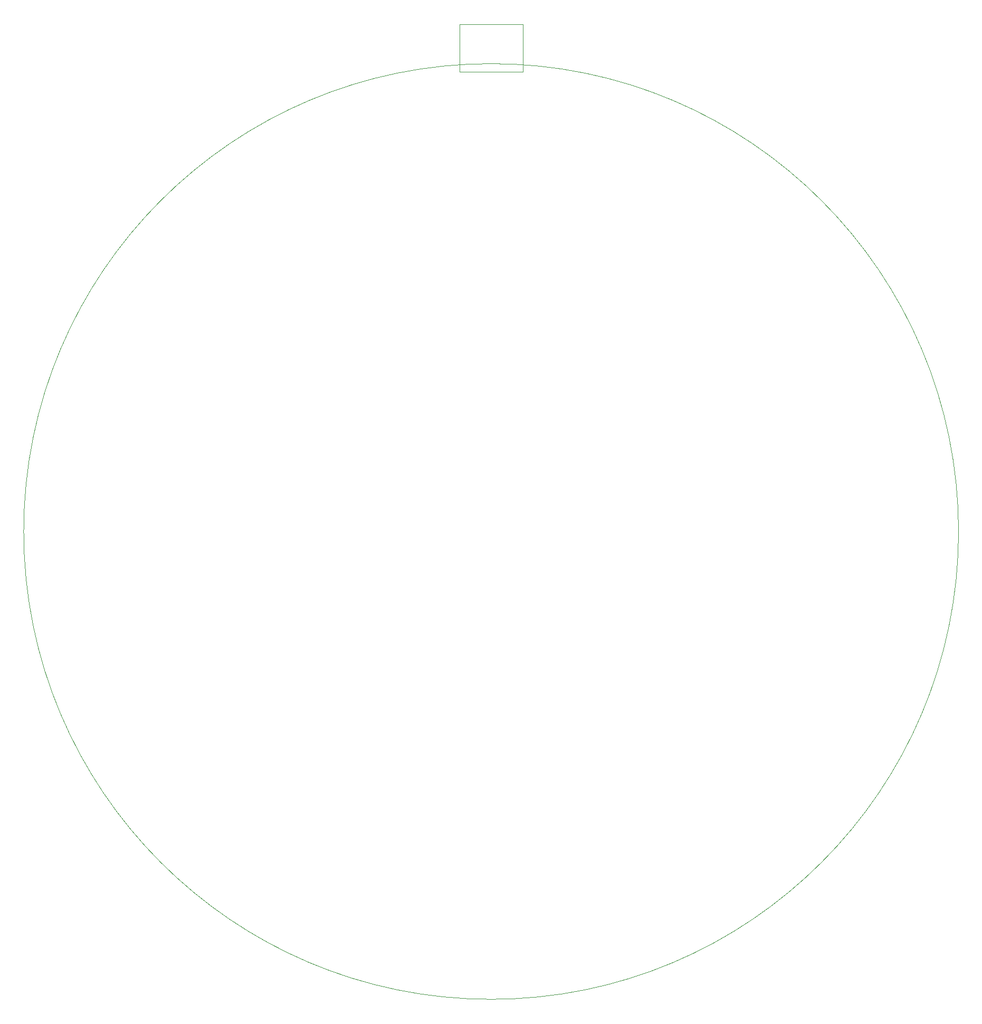
<source format=gbr>
%TF.GenerationSoftware,KiCad,Pcbnew,(6.0.4-0)*%
%TF.CreationDate,2022-12-03T14:45:52-05:00*%
%TF.ProjectId,christmas,63687269-7374-46d6-9173-2e6b69636164,rev?*%
%TF.SameCoordinates,Original*%
%TF.FileFunction,Profile,NP*%
%FSLAX46Y46*%
G04 Gerber Fmt 4.6, Leading zero omitted, Abs format (unit mm)*
G04 Created by KiCad (PCBNEW (6.0.4-0)) date 2022-12-03 14:45:52*
%MOMM*%
%LPD*%
G01*
G04 APERTURE LIST*
%TA.AperFunction,Profile*%
%ADD10C,0.100000*%
%TD*%
G04 APERTURE END LIST*
D10*
X137160000Y-25400000D02*
X127000000Y-25400000D01*
X127000000Y-25400000D02*
X127000000Y-17780000D01*
X127000000Y-17780000D02*
X137160000Y-17780000D01*
X137160000Y-17780000D02*
X137160000Y-25400000D01*
X207080000Y-99060000D02*
G75*
G03*
X207080000Y-99060000I-75000000J0D01*
G01*
M02*

</source>
